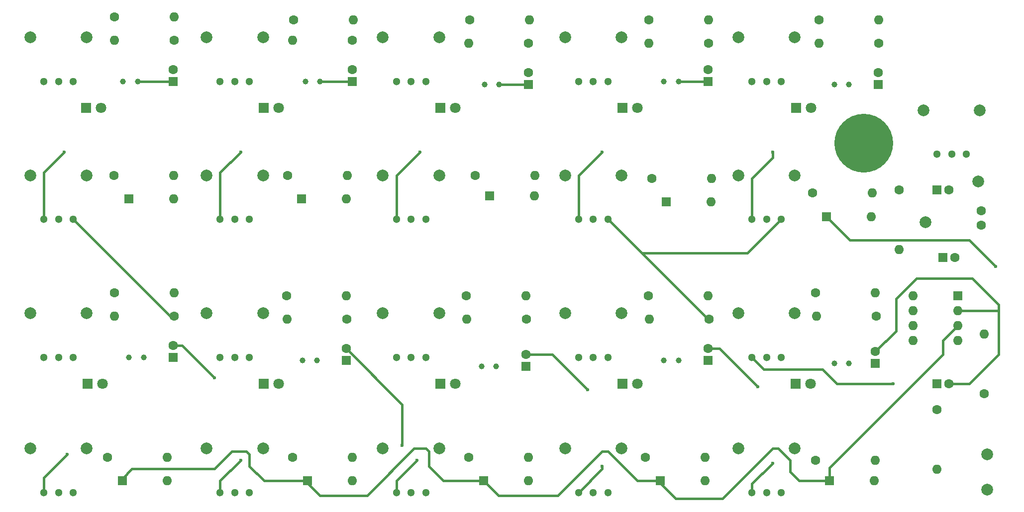
<source format=gbr>
%TF.GenerationSoftware,KiCad,Pcbnew,8.0.7*%
%TF.CreationDate,2025-01-19T09:45:11-05:00*%
%TF.ProjectId,drone_ting,64726f6e-655f-4746-996e-672e6b696361,rev?*%
%TF.SameCoordinates,Original*%
%TF.FileFunction,Copper,L1,Top*%
%TF.FilePolarity,Positive*%
%FSLAX46Y46*%
G04 Gerber Fmt 4.6, Leading zero omitted, Abs format (unit mm)*
G04 Created by KiCad (PCBNEW 8.0.7) date 2025-01-19 09:45:11*
%MOMM*%
%LPD*%
G01*
G04 APERTURE LIST*
%TA.AperFunction,ComponentPad*%
%ADD10R,1.800000X1.800000*%
%TD*%
%TA.AperFunction,ComponentPad*%
%ADD11C,1.800000*%
%TD*%
%TA.AperFunction,ComponentPad*%
%ADD12C,2.000000*%
%TD*%
%TA.AperFunction,ComponentPad*%
%ADD13C,1.300000*%
%TD*%
%TA.AperFunction,ComponentPad*%
%ADD14C,10.000000*%
%TD*%
%TA.AperFunction,ComponentPad*%
%ADD15C,1.600000*%
%TD*%
%TA.AperFunction,ComponentPad*%
%ADD16O,1.600000X1.600000*%
%TD*%
%TA.AperFunction,ComponentPad*%
%ADD17C,1.000000*%
%TD*%
%TA.AperFunction,ComponentPad*%
%ADD18R,1.600000X1.600000*%
%TD*%
%TA.AperFunction,ViaPad*%
%ADD19C,0.600000*%
%TD*%
%TA.AperFunction,Conductor*%
%ADD20C,0.400000*%
%TD*%
G04 APERTURE END LIST*
D10*
%TO.P,D2,1,K*%
%TO.N,GND*%
X53960000Y-99000000D03*
D11*
%TO.P,D2,2,A*%
%TO.N,Net-(D2-A)*%
X56500000Y-99000000D03*
%TD*%
D10*
%TO.P,D22,1,K*%
%TO.N,GND*%
X174460000Y-99000000D03*
D11*
%TO.P,D22,2,A*%
%TO.N,Net-(D22-A)*%
X177000000Y-99000000D03*
%TD*%
D12*
%TO.P,REF\u002A\u002A,1*%
%TO.N,GND*%
X207000000Y-111000000D03*
%TD*%
D13*
%TO.P,RV7,1,1*%
%TO.N,+12V*%
X76500000Y-47500000D03*
%TO.P,RV7,2,2*%
%TO.N,Net-(R10-Pad1)*%
X79000000Y-47500000D03*
%TO.P,RV7,3,3*%
%TO.N,Net-(R13-Pad2)*%
X81500000Y-47500000D03*
D12*
%TO.P,RV7,*%
%TO.N,*%
X74200000Y-40000000D03*
X83800000Y-40000000D03*
%TD*%
D13*
%TO.P,RV13,1,1*%
%TO.N,+12V*%
X106500000Y-47500000D03*
%TO.P,RV13,2,2*%
%TO.N,Net-(R19-Pad1)*%
X109000000Y-47500000D03*
%TO.P,RV13,3,3*%
%TO.N,Net-(R21-Pad2)*%
X111500000Y-47500000D03*
D12*
%TO.P,RV13,*%
%TO.N,*%
X104200000Y-40000000D03*
X113800000Y-40000000D03*
%TD*%
D13*
%TO.P,RV24,1,1*%
%TO.N,Net-(D21-A)*%
X167000000Y-71000000D03*
%TO.P,RV24,2,2*%
%TO.N,Net-(R38-Pad1)*%
X169500000Y-71000000D03*
%TO.P,RV24,3,3*%
%TO.N,GND*%
X172000000Y-71000000D03*
D12*
%TO.P,RV24,*%
%TO.N,*%
X164700000Y-63500000D03*
X174300000Y-63500000D03*
%TD*%
D13*
%TO.P,RV18,1,1*%
%TO.N,+12V*%
X137500000Y-94500000D03*
%TO.P,RV18,2,2*%
%TO.N,Net-(R27-Pad1)*%
X140000000Y-94500000D03*
%TO.P,RV18,3,3*%
%TO.N,Net-(R29-Pad2)*%
X142500000Y-94500000D03*
D12*
%TO.P,RV18,*%
%TO.N,*%
X135200000Y-87000000D03*
X144800000Y-87000000D03*
%TD*%
D13*
%TO.P,RV16,1,1*%
%TO.N,Net-(D14-A)*%
X106500000Y-117500000D03*
%TO.P,RV16,2,2*%
%TO.N,Net-(R24-Pad1)*%
X109000000Y-117500000D03*
%TO.P,RV16,3,3*%
%TO.N,GND*%
X111500000Y-117500000D03*
D12*
%TO.P,RV16,*%
%TO.N,*%
X104200000Y-110000000D03*
X113800000Y-110000000D03*
%TD*%
D13*
%TO.P,RV15,1,1*%
%TO.N,Net-(D13-A)*%
X106500000Y-71000000D03*
%TO.P,RV15,2,2*%
%TO.N,Net-(R23-Pad1)*%
X109000000Y-71000000D03*
%TO.P,RV15,3,3*%
%TO.N,GND*%
X111500000Y-71000000D03*
D12*
%TO.P,RV15,*%
%TO.N,*%
X104200000Y-63500000D03*
X113800000Y-63500000D03*
%TD*%
D10*
%TO.P,D7,1,K*%
%TO.N,GND*%
X83960000Y-52000000D03*
D11*
%TO.P,D7,2,A*%
%TO.N,Net-(D7-A)*%
X86500000Y-52000000D03*
%TD*%
D13*
%TO.P,RV14,1,1*%
%TO.N,+12V*%
X106500000Y-94500000D03*
%TO.P,RV14,2,2*%
%TO.N,Net-(R20-Pad1)*%
X109000000Y-94500000D03*
%TO.P,RV14,3,3*%
%TO.N,Net-(R22-Pad2)*%
X111500000Y-94500000D03*
D12*
%TO.P,RV14,*%
%TO.N,*%
X104200000Y-87000000D03*
X113800000Y-87000000D03*
%TD*%
D13*
%TO.P,RV17,1,1*%
%TO.N,+12V*%
X137500000Y-47500000D03*
%TO.P,RV17,2,2*%
%TO.N,Net-(R26-Pad1)*%
X140000000Y-47500000D03*
%TO.P,RV17,3,3*%
%TO.N,Net-(R28-Pad2)*%
X142500000Y-47500000D03*
D12*
%TO.P,RV17,*%
%TO.N,*%
X135200000Y-40000000D03*
X144800000Y-40000000D03*
%TD*%
D10*
%TO.P,D1,1,K*%
%TO.N,GND*%
X53728872Y-52000000D03*
D11*
%TO.P,D1,2,A*%
%TO.N,Net-(D1-A)*%
X56268872Y-52000000D03*
%TD*%
D12*
%TO.P,REF\u002A\u002A,1*%
%TO.N,GND*%
X205500000Y-64500000D03*
%TD*%
D10*
%TO.P,D13,1,K*%
%TO.N,GND*%
X113960000Y-52000000D03*
D11*
%TO.P,D13,2,A*%
%TO.N,Net-(D13-A)*%
X116500000Y-52000000D03*
%TD*%
D13*
%TO.P,RV2,1,1*%
%TO.N,+12V*%
X46500000Y-94500000D03*
%TO.P,RV2,2,2*%
%TO.N,Net-(R2-Pad1)*%
X49000000Y-94500000D03*
%TO.P,RV2,3,3*%
%TO.N,Net-(R5-Pad2)*%
X51500000Y-94500000D03*
D12*
%TO.P,RV2,*%
%TO.N,*%
X44200000Y-87000000D03*
X53800000Y-87000000D03*
%TD*%
D10*
%TO.P,D14,1,K*%
%TO.N,GND*%
X113960000Y-99000000D03*
D11*
%TO.P,D14,2,A*%
%TO.N,Net-(D14-A)*%
X116500000Y-99000000D03*
%TD*%
D12*
%TO.P,REF\u002A\u002A,1*%
%TO.N,Net-(C15-Pad2)*%
X196500000Y-71500000D03*
%TD*%
D10*
%TO.P,D21,1,K*%
%TO.N,GND*%
X174500000Y-52000000D03*
D11*
%TO.P,D21,2,A*%
%TO.N,Net-(D21-A)*%
X177040000Y-52000000D03*
%TD*%
D13*
%TO.P,RV10,1,1*%
%TO.N,Net-(D7-A)*%
X76500000Y-71000000D03*
%TO.P,RV10,2,2*%
%TO.N,Net-(R16-Pad1)*%
X79000000Y-71000000D03*
%TO.P,RV10,3,3*%
%TO.N,GND*%
X81500000Y-71000000D03*
D12*
%TO.P,RV10,*%
%TO.N,*%
X74200000Y-63500000D03*
X83800000Y-63500000D03*
%TD*%
D10*
%TO.P,D8,1,K*%
%TO.N,GND*%
X83960000Y-99000000D03*
D11*
%TO.P,D8,2,A*%
%TO.N,Net-(D8-A)*%
X86500000Y-99000000D03*
%TD*%
D13*
%TO.P,RV8,1,1*%
%TO.N,+12V*%
X76500000Y-94500000D03*
%TO.P,RV8,2,2*%
%TO.N,Net-(R11-Pad1)*%
X79000000Y-94500000D03*
%TO.P,RV8,3,3*%
%TO.N,Net-(R14-Pad2)*%
X81500000Y-94500000D03*
D12*
%TO.P,RV8,*%
%TO.N,*%
X74200000Y-87000000D03*
X83800000Y-87000000D03*
%TD*%
%TO.P,REF\u002A\u002A,1*%
%TO.N,+12V*%
X207000000Y-117000000D03*
%TD*%
D13*
%TO.P,RV23,1,1*%
%TO.N,Net-(C15-Pad1)*%
X198500000Y-59887500D03*
%TO.P,RV23,2,2*%
%TO.N,Net-(C16-Pad1)*%
X201000000Y-59887500D03*
%TO.P,RV23,3,3*%
X203500000Y-59887500D03*
D12*
%TO.P,RV23,*%
%TO.N,*%
X196200000Y-52387500D03*
X205800000Y-52387500D03*
%TD*%
D13*
%TO.P,RV22,1,1*%
%TO.N,+12V*%
X167000000Y-94500000D03*
%TO.P,RV22,2,2*%
%TO.N,Net-(R35-Pad1)*%
X169500000Y-94500000D03*
%TO.P,RV22,3,3*%
%TO.N,Net-(R37-Pad2)*%
X172000000Y-94500000D03*
D12*
%TO.P,RV22,*%
%TO.N,*%
X164700000Y-87000000D03*
X174300000Y-87000000D03*
%TD*%
D13*
%TO.P,RV20,1,1*%
%TO.N,Net-(D18-A)*%
X137500000Y-117500000D03*
%TO.P,RV20,2,2*%
%TO.N,Net-(R31-Pad1)*%
X140000000Y-117500000D03*
%TO.P,RV20,3,3*%
%TO.N,GND*%
X142500000Y-117500000D03*
D12*
%TO.P,RV20,*%
%TO.N,*%
X135200000Y-110000000D03*
X144800000Y-110000000D03*
%TD*%
D10*
%TO.P,D18,1,K*%
%TO.N,GND*%
X144960000Y-99000000D03*
D11*
%TO.P,D18,2,A*%
%TO.N,Net-(D18-A)*%
X147500000Y-99000000D03*
%TD*%
D14*
%TO.P,REF\u002A\u002A,1*%
%TO.N,N/C*%
X186000000Y-58000000D03*
%TD*%
D13*
%TO.P,RV25,1,1*%
%TO.N,Net-(D22-A)*%
X167000000Y-117500000D03*
%TO.P,RV25,2,2*%
%TO.N,Net-(R39-Pad1)*%
X169500000Y-117500000D03*
%TO.P,RV25,3,3*%
%TO.N,GND*%
X172000000Y-117500000D03*
D12*
%TO.P,RV25,*%
%TO.N,*%
X164700000Y-110000000D03*
X174300000Y-110000000D03*
%TD*%
D13*
%TO.P,RV11,1,1*%
%TO.N,Net-(D8-A)*%
X76500000Y-117500000D03*
%TO.P,RV11,2,2*%
%TO.N,Net-(R17-Pad1)*%
X79000000Y-117500000D03*
%TO.P,RV11,3,3*%
%TO.N,GND*%
X81500000Y-117500000D03*
D12*
%TO.P,RV11,*%
%TO.N,*%
X74200000Y-110000000D03*
X83800000Y-110000000D03*
%TD*%
D13*
%TO.P,RV4,1,1*%
%TO.N,Net-(D1-A)*%
X46500000Y-71000000D03*
%TO.P,RV4,2,2*%
%TO.N,Net-(R7-Pad1)*%
X49000000Y-71000000D03*
%TO.P,RV4,3,3*%
%TO.N,GND*%
X51500000Y-71000000D03*
D12*
%TO.P,RV4,*%
%TO.N,*%
X44200000Y-63500000D03*
X53800000Y-63500000D03*
%TD*%
D10*
%TO.P,D17,1,K*%
%TO.N,GND*%
X145000000Y-52000000D03*
D11*
%TO.P,D17,2,A*%
%TO.N,Net-(D17-A)*%
X147540000Y-52000000D03*
%TD*%
D13*
%TO.P,RV19,1,1*%
%TO.N,Net-(D17-A)*%
X137500000Y-71000000D03*
%TO.P,RV19,2,2*%
%TO.N,Net-(R30-Pad1)*%
X140000000Y-71000000D03*
%TO.P,RV19,3,3*%
%TO.N,GND*%
X142500000Y-71000000D03*
D12*
%TO.P,RV19,*%
%TO.N,*%
X135200000Y-63500000D03*
X144800000Y-63500000D03*
%TD*%
D13*
%TO.P,RV21,1,1*%
%TO.N,+12V*%
X167000000Y-47500000D03*
%TO.P,RV21,2,2*%
%TO.N,Net-(R34-Pad1)*%
X169500000Y-47500000D03*
%TO.P,RV21,3,3*%
%TO.N,Net-(R36-Pad2)*%
X172000000Y-47500000D03*
D12*
%TO.P,RV21,*%
%TO.N,*%
X164700000Y-40000000D03*
X174300000Y-40000000D03*
%TD*%
D13*
%TO.P,RV5,1,1*%
%TO.N,Net-(D2-A)*%
X46500000Y-117500000D03*
%TO.P,RV5,2,2*%
%TO.N,Net-(R8-Pad1)*%
X49000000Y-117500000D03*
%TO.P,RV5,3,3*%
%TO.N,GND*%
X51500000Y-117500000D03*
D12*
%TO.P,RV5,*%
%TO.N,*%
X44200000Y-110000000D03*
X53800000Y-110000000D03*
%TD*%
D13*
%TO.P,RV1,1,1*%
%TO.N,+12V*%
X46500000Y-47500000D03*
%TO.P,RV1,2,2*%
%TO.N,Net-(R1-Pad1)*%
X49000000Y-47500000D03*
%TO.P,RV1,3,3*%
%TO.N,Net-(R4-Pad2)*%
X51500000Y-47500000D03*
D12*
%TO.P,RV1,*%
%TO.N,*%
X44200000Y-40000000D03*
X53800000Y-40000000D03*
%TD*%
D15*
%TO.P,R23,1*%
%TO.N,Net-(R23-Pad1)*%
X119920000Y-63500000D03*
D16*
%TO.P,R23,2*%
%TO.N,Net-(D15-A)*%
X130080000Y-63500000D03*
%TD*%
D15*
%TO.P,R2,1*%
%TO.N,Net-(R2-Pad1)*%
X58500000Y-83500000D03*
D16*
%TO.P,R2,2*%
%TO.N,Net-(Q2-E)*%
X68660000Y-83500000D03*
%TD*%
D15*
%TO.P,R28,1*%
%TO.N,GND*%
X159580000Y-41000000D03*
D16*
%TO.P,R28,2*%
%TO.N,Net-(R28-Pad2)*%
X149420000Y-41000000D03*
%TD*%
D15*
%TO.P,R11,1*%
%TO.N,Net-(R11-Pad1)*%
X87840000Y-84000000D03*
D16*
%TO.P,R11,2*%
%TO.N,Net-(Q5-E)*%
X98000000Y-84000000D03*
%TD*%
D17*
%TO.P,Q11,1,E*%
%TO.N,Net-(Q11-E)*%
X183500000Y-48000000D03*
%TO.P,Q11,3,C*%
%TO.N,Net-(D21-A)*%
X181000000Y-48000000D03*
%TD*%
D18*
%TO.P,D23,1,K*%
%TO.N,Mix*%
X179690000Y-70500000D03*
D16*
%TO.P,D23,2,A*%
%TO.N,Net-(D23-A)*%
X187310000Y-70500000D03*
%TD*%
D18*
%TO.P,D16,1,K*%
%TO.N,Mix*%
X121380000Y-115500000D03*
D16*
%TO.P,D16,2,A*%
%TO.N,Net-(D16-A)*%
X129000000Y-115500000D03*
%TD*%
D15*
%TO.P,R22,1*%
%TO.N,GND*%
X128660000Y-88000000D03*
D16*
%TO.P,R22,2*%
%TO.N,Net-(R22-Pad2)*%
X118500000Y-88000000D03*
%TD*%
D15*
%TO.P,R37,1*%
%TO.N,GND*%
X188160000Y-87500000D03*
D16*
%TO.P,R37,2*%
%TO.N,Net-(R37-Pad2)*%
X178000000Y-87500000D03*
%TD*%
D17*
%TO.P,Q8,1,E*%
%TO.N,Net-(Q8-E)*%
X123500000Y-96000000D03*
%TO.P,Q8,3,C*%
%TO.N,Net-(D14-A)*%
X121000000Y-96000000D03*
%TD*%
D15*
%TO.P,R29,1*%
%TO.N,GND*%
X159660000Y-88000000D03*
D16*
%TO.P,R29,2*%
%TO.N,Net-(R29-Pad2)*%
X149500000Y-88000000D03*
%TD*%
D17*
%TO.P,Q7,1,E*%
%TO.N,Net-(Q7-E)*%
X124000000Y-48000000D03*
%TO.P,Q7,3,C*%
%TO.N,Net-(D13-A)*%
X121500000Y-48000000D03*
%TD*%
D15*
%TO.P,R31,1*%
%TO.N,Net-(R31-Pad1)*%
X148840000Y-111500000D03*
D16*
%TO.P,R31,2*%
%TO.N,Net-(D20-A)*%
X159000000Y-111500000D03*
%TD*%
D15*
%TO.P,R35,1*%
%TO.N,Net-(R35-Pad1)*%
X177840000Y-83500000D03*
D16*
%TO.P,R35,2*%
%TO.N,Net-(Q12-E)*%
X188000000Y-83500000D03*
%TD*%
D17*
%TO.P,Q2,1,E*%
%TO.N,Net-(Q2-E)*%
X63500000Y-94500000D03*
%TO.P,Q2,3,C*%
%TO.N,Net-(D2-A)*%
X61000000Y-94500000D03*
%TD*%
D15*
%TO.P,C16,1*%
%TO.N,Net-(C16-Pad1)*%
X206000000Y-69500000D03*
%TO.P,C16,2*%
%TO.N,GND*%
X206000000Y-72000000D03*
%TD*%
D18*
%TO.P,C9,1*%
%TO.N,+12V*%
X198500000Y-99000000D03*
D15*
%TO.P,C9,2*%
%TO.N,GND*%
X200500000Y-99000000D03*
%TD*%
%TO.P,R21,1*%
%TO.N,GND*%
X129000000Y-41000000D03*
D16*
%TO.P,R21,2*%
%TO.N,Net-(R21-Pad2)*%
X118840000Y-41000000D03*
%TD*%
D18*
%TO.P,C7,1*%
%TO.N,Net-(Q7-E)*%
X129000000Y-48000000D03*
D15*
%TO.P,C7,2*%
%TO.N,GND*%
X129000000Y-46000000D03*
%TD*%
D18*
%TO.P,C2,1*%
%TO.N,Net-(Q2-E)*%
X68500000Y-94500000D03*
D15*
%TO.P,C2,2*%
%TO.N,GND*%
X68500000Y-92500000D03*
%TD*%
%TO.P,R32,1*%
%TO.N,GND*%
X206500000Y-100660000D03*
D16*
%TO.P,R32,2*%
%TO.N,Mix*%
X206500000Y-90500000D03*
%TD*%
D17*
%TO.P,Q1,1,E*%
%TO.N,Net-(Q1-E)*%
X62500000Y-47500000D03*
%TO.P,Q1,3,C*%
%TO.N,Net-(D1-A)*%
X60000000Y-47500000D03*
%TD*%
D15*
%TO.P,R13,1*%
%TO.N,GND*%
X99000000Y-40500000D03*
D16*
%TO.P,R13,2*%
%TO.N,Net-(R13-Pad2)*%
X88840000Y-40500000D03*
%TD*%
D15*
%TO.P,R4,1*%
%TO.N,GND*%
X68660000Y-40500000D03*
D16*
%TO.P,R4,2*%
%TO.N,Net-(R4-Pad2)*%
X58500000Y-40500000D03*
%TD*%
D17*
%TO.P,Q12,1,E*%
%TO.N,Net-(Q12-E)*%
X183500000Y-95500000D03*
%TO.P,Q12,3,C*%
%TO.N,Net-(D22-A)*%
X181000000Y-95500000D03*
%TD*%
%TO.P,Q4,1,E*%
%TO.N,Net-(Q4-E)*%
X93500000Y-47500000D03*
%TO.P,Q4,3,C*%
%TO.N,Net-(D7-A)*%
X91000000Y-47500000D03*
%TD*%
D15*
%TO.P,R19,1*%
%TO.N,Net-(R19-Pad1)*%
X119000000Y-37000000D03*
D16*
%TO.P,R19,2*%
%TO.N,Net-(Q7-E)*%
X129160000Y-37000000D03*
%TD*%
D18*
%TO.P,C14,1*%
%TO.N,Net-(C14-Pad1)*%
X199500000Y-77500000D03*
D15*
%TO.P,C14,2*%
%TO.N,Net-(C14-Pad2)*%
X201500000Y-77500000D03*
%TD*%
D18*
%TO.P,D4,1,K*%
%TO.N,Mix*%
X61000000Y-67500000D03*
D16*
%TO.P,D4,2,A*%
%TO.N,Net-(D4-A)*%
X68620000Y-67500000D03*
%TD*%
D18*
%TO.P,D24,1,K*%
%TO.N,Mix*%
X180190000Y-115500000D03*
D16*
%TO.P,D24,2,A*%
%TO.N,Net-(D24-A)*%
X187810000Y-115500000D03*
%TD*%
D17*
%TO.P,Q5,1,E*%
%TO.N,Net-(Q5-E)*%
X93000000Y-95000000D03*
%TO.P,Q5,3,C*%
%TO.N,Net-(D8-A)*%
X90500000Y-95000000D03*
%TD*%
D15*
%TO.P,R36,1*%
%TO.N,GND*%
X188580000Y-41000000D03*
D16*
%TO.P,R36,2*%
%TO.N,Net-(R36-Pad2)*%
X178420000Y-41000000D03*
%TD*%
D18*
%TO.P,D20,1,K*%
%TO.N,Mix*%
X151380000Y-115500000D03*
D16*
%TO.P,D20,2,A*%
%TO.N,Net-(D20-A)*%
X159000000Y-115500000D03*
%TD*%
D18*
%TO.P,D10,1,K*%
%TO.N,Mix*%
X90380000Y-67500000D03*
D16*
%TO.P,D10,2,A*%
%TO.N,Net-(D10-A)*%
X98000000Y-67500000D03*
%TD*%
D18*
%TO.P,C1,1*%
%TO.N,Net-(Q1-E)*%
X68500000Y-47500000D03*
D15*
%TO.P,C1,2*%
%TO.N,GND*%
X68500000Y-45500000D03*
%TD*%
%TO.P,R24,1*%
%TO.N,Net-(R24-Pad1)*%
X118840000Y-111500000D03*
D16*
%TO.P,R24,2*%
%TO.N,Net-(D16-A)*%
X129000000Y-111500000D03*
%TD*%
D18*
%TO.P,D19,1,K*%
%TO.N,Mix*%
X152380000Y-68000000D03*
D16*
%TO.P,D19,2,A*%
%TO.N,Net-(D19-A)*%
X160000000Y-68000000D03*
%TD*%
D17*
%TO.P,Q9,1,E*%
%TO.N,Net-(Q9-E)*%
X154500000Y-47500000D03*
%TO.P,Q9,3,C*%
%TO.N,Net-(D17-A)*%
X152000000Y-47500000D03*
%TD*%
D15*
%TO.P,R10,1*%
%TO.N,Net-(R10-Pad1)*%
X89000000Y-37000000D03*
D16*
%TO.P,R10,2*%
%TO.N,Net-(Q4-E)*%
X99160000Y-37000000D03*
%TD*%
D18*
%TO.P,C8,1*%
%TO.N,Net-(Q8-E)*%
X128500000Y-96000000D03*
D15*
%TO.P,C8,2*%
%TO.N,GND*%
X128500000Y-94000000D03*
%TD*%
D18*
%TO.P,U1,1,GAIN*%
%TO.N,Net-(C14-Pad2)*%
X202000000Y-84000000D03*
D16*
%TO.P,U1,2,-*%
%TO.N,GND*%
X202000000Y-86540000D03*
%TO.P,U1,3,+*%
%TO.N,Mix*%
X202000000Y-89080000D03*
%TO.P,U1,4,GND*%
%TO.N,GND*%
X202000000Y-91620000D03*
%TO.P,U1,5*%
%TO.N,Net-(R33-Pad2)*%
X194380000Y-91620000D03*
%TO.P,U1,6,V+*%
%TO.N,+12V*%
X194380000Y-89080000D03*
%TO.P,U1,7,BYPASS*%
%TO.N,unconnected-(U1-BYPASS-Pad7)*%
X194380000Y-86540000D03*
%TO.P,U1,8,GAIN*%
%TO.N,Net-(C14-Pad1)*%
X194380000Y-84000000D03*
%TD*%
D17*
%TO.P,Q10,1,E*%
%TO.N,Net-(Q10-E)*%
X154500000Y-95000000D03*
%TO.P,Q10,3,C*%
%TO.N,Net-(D18-A)*%
X152000000Y-95000000D03*
%TD*%
D15*
%TO.P,R33,1*%
%TO.N,Net-(C15-Pad1)*%
X192000000Y-66000000D03*
D16*
%TO.P,R33,2*%
%TO.N,Net-(R33-Pad2)*%
X192000000Y-76160000D03*
%TD*%
D15*
%TO.P,R5,1*%
%TO.N,GND*%
X68660000Y-87500000D03*
D16*
%TO.P,R5,2*%
%TO.N,Net-(R5-Pad2)*%
X58500000Y-87500000D03*
%TD*%
D15*
%TO.P,R8,1*%
%TO.N,Net-(R8-Pad1)*%
X57340000Y-111500000D03*
D16*
%TO.P,R8,2*%
%TO.N,Net-(D5-A)*%
X67500000Y-111500000D03*
%TD*%
D18*
%TO.P,C5,1*%
%TO.N,Net-(Q5-E)*%
X98000000Y-95000000D03*
D15*
%TO.P,C5,2*%
%TO.N,GND*%
X98000000Y-93000000D03*
%TD*%
%TO.P,R25,1*%
%TO.N,+12V*%
X198500000Y-103420000D03*
D16*
%TO.P,R25,2*%
X198500000Y-113580000D03*
%TD*%
D15*
%TO.P,R34,1*%
%TO.N,Net-(R34-Pad1)*%
X178420000Y-37000000D03*
D16*
%TO.P,R34,2*%
%TO.N,Net-(Q11-E)*%
X188580000Y-37000000D03*
%TD*%
D15*
%TO.P,R27,1*%
%TO.N,Net-(R27-Pad1)*%
X149340000Y-84000000D03*
D16*
%TO.P,R27,2*%
%TO.N,Net-(Q10-E)*%
X159500000Y-84000000D03*
%TD*%
D18*
%TO.P,C15,1*%
%TO.N,Net-(C15-Pad1)*%
X198500000Y-66000000D03*
D15*
%TO.P,C15,2*%
%TO.N,Net-(C15-Pad2)*%
X200500000Y-66000000D03*
%TD*%
%TO.P,R38,1*%
%TO.N,Net-(R38-Pad1)*%
X177340000Y-66500000D03*
D16*
%TO.P,R38,2*%
%TO.N,Net-(D23-A)*%
X187500000Y-66500000D03*
%TD*%
D18*
%TO.P,C4,1*%
%TO.N,Net-(Q4-E)*%
X99000000Y-47500000D03*
D15*
%TO.P,C4,2*%
%TO.N,GND*%
X99000000Y-45500000D03*
%TD*%
D18*
%TO.P,C12,1*%
%TO.N,Net-(Q11-E)*%
X188500000Y-48000000D03*
D15*
%TO.P,C12,2*%
%TO.N,GND*%
X188500000Y-46000000D03*
%TD*%
%TO.P,R14,1*%
%TO.N,GND*%
X98080000Y-88000000D03*
D16*
%TO.P,R14,2*%
%TO.N,Net-(R14-Pad2)*%
X87920000Y-88000000D03*
%TD*%
D18*
%TO.P,D5,1,K*%
%TO.N,Mix*%
X59880000Y-115500000D03*
D16*
%TO.P,D5,2,A*%
%TO.N,Net-(D5-A)*%
X67500000Y-115500000D03*
%TD*%
D15*
%TO.P,R1,1*%
%TO.N,Net-(R1-Pad1)*%
X58500000Y-36500000D03*
D16*
%TO.P,R1,2*%
%TO.N,Net-(Q1-E)*%
X68660000Y-36500000D03*
%TD*%
D15*
%TO.P,R7,1*%
%TO.N,Net-(R7-Pad1)*%
X58420000Y-63500000D03*
D16*
%TO.P,R7,2*%
%TO.N,Net-(D4-A)*%
X68580000Y-63500000D03*
%TD*%
D15*
%TO.P,R16,1*%
%TO.N,Net-(R16-Pad1)*%
X88000000Y-63500000D03*
D16*
%TO.P,R16,2*%
%TO.N,Net-(D10-A)*%
X98160000Y-63500000D03*
%TD*%
D15*
%TO.P,R30,1*%
%TO.N,Net-(R30-Pad1)*%
X150000000Y-64000000D03*
D16*
%TO.P,R30,2*%
%TO.N,Net-(D19-A)*%
X160160000Y-64000000D03*
%TD*%
D18*
%TO.P,D11,1,K*%
%TO.N,Mix*%
X91380000Y-115500000D03*
D16*
%TO.P,D11,2,A*%
%TO.N,Net-(D11-A)*%
X99000000Y-115500000D03*
%TD*%
D15*
%TO.P,R17,1*%
%TO.N,Net-(R17-Pad1)*%
X88840000Y-111500000D03*
D16*
%TO.P,R17,2*%
%TO.N,Net-(D11-A)*%
X99000000Y-111500000D03*
%TD*%
D15*
%TO.P,R26,1*%
%TO.N,Net-(R26-Pad1)*%
X149420000Y-37000000D03*
D16*
%TO.P,R26,2*%
%TO.N,Net-(Q9-E)*%
X159580000Y-37000000D03*
%TD*%
D18*
%TO.P,C11,1*%
%TO.N,Net-(Q10-E)*%
X159500000Y-95000000D03*
D15*
%TO.P,C11,2*%
%TO.N,GND*%
X159500000Y-93000000D03*
%TD*%
D18*
%TO.P,C13,1*%
%TO.N,Net-(Q12-E)*%
X188000000Y-95500000D03*
D15*
%TO.P,C13,2*%
%TO.N,GND*%
X188000000Y-93500000D03*
%TD*%
%TO.P,R39,1*%
%TO.N,Net-(R39-Pad1)*%
X177840000Y-112000000D03*
D16*
%TO.P,R39,2*%
%TO.N,Net-(D24-A)*%
X188000000Y-112000000D03*
%TD*%
D15*
%TO.P,R20,1*%
%TO.N,Net-(R20-Pad1)*%
X118340000Y-84000000D03*
D16*
%TO.P,R20,2*%
%TO.N,Net-(Q8-E)*%
X128500000Y-84000000D03*
%TD*%
D18*
%TO.P,D15,1,K*%
%TO.N,Mix*%
X122380000Y-67000000D03*
D16*
%TO.P,D15,2,A*%
%TO.N,Net-(D15-A)*%
X130000000Y-67000000D03*
%TD*%
D18*
%TO.P,C10,1*%
%TO.N,Net-(Q9-E)*%
X159500000Y-47500000D03*
D15*
%TO.P,C10,2*%
%TO.N,GND*%
X159500000Y-45500000D03*
%TD*%
D19*
%TO.N,Net-(D1-A)*%
X50000000Y-59500000D03*
%TO.N,+12V*%
X191000000Y-99000000D03*
%TO.N,GND*%
X107500000Y-109500000D03*
X139000000Y-100000000D03*
X168000000Y-99500000D03*
X75500000Y-98000000D03*
%TO.N,Net-(D2-A)*%
X50500000Y-111000000D03*
%TO.N,Mix*%
X208500000Y-79000000D03*
%TO.N,Net-(D7-A)*%
X80000000Y-59500000D03*
%TO.N,Net-(D8-A)*%
X80000000Y-112000000D03*
%TO.N,Net-(D13-A)*%
X110500000Y-59500000D03*
%TO.N,Net-(D14-A)*%
X110000000Y-112000000D03*
%TO.N,Net-(D17-A)*%
X141500000Y-59500000D03*
%TO.N,Net-(D18-A)*%
X141500000Y-113000000D03*
%TO.N,Net-(D21-A)*%
X170500000Y-59500000D03*
%TO.N,Net-(D22-A)*%
X170500000Y-112500000D03*
%TD*%
D20*
%TO.N,Net-(D1-A)*%
X46500000Y-63000000D02*
X46500000Y-71000000D01*
X50000000Y-59500000D02*
X46500000Y-63000000D01*
%TO.N,Net-(Q1-E)*%
X68500000Y-47500000D02*
X62500000Y-47500000D01*
%TO.N,+12V*%
X181500000Y-99000000D02*
X179000000Y-96500000D01*
X179000000Y-96500000D02*
X169000000Y-96500000D01*
X191000000Y-99000000D02*
X181500000Y-99000000D01*
X169000000Y-96500000D02*
X167000000Y-94500000D01*
%TO.N,GND*%
X148250000Y-76750000D02*
X159500000Y-88000000D01*
X209000000Y-94000000D02*
X209000000Y-86500000D01*
X142500000Y-71000000D02*
X148250000Y-76750000D01*
X98000000Y-93000000D02*
X107500000Y-102500000D01*
X161500000Y-93000000D02*
X168000000Y-99500000D01*
X204000000Y-99000000D02*
X209000000Y-94000000D01*
X159500000Y-93000000D02*
X161500000Y-93000000D01*
X209000000Y-86500000D02*
X209000000Y-85500000D01*
X107500000Y-102500000D02*
X107500000Y-109500000D01*
X208960000Y-86540000D02*
X209000000Y-86500000D01*
X200500000Y-99000000D02*
X204000000Y-99000000D01*
X166250000Y-76750000D02*
X148250000Y-76750000D01*
X128500000Y-94000000D02*
X133000000Y-94000000D01*
X204500000Y-81000000D02*
X195000000Y-81000000D01*
X172000000Y-71000000D02*
X166250000Y-76750000D01*
X159500000Y-88000000D02*
X159660000Y-88000000D01*
X133000000Y-94000000D02*
X139000000Y-100000000D01*
X191500000Y-84500000D02*
X191500000Y-90000000D01*
X68000000Y-87500000D02*
X68660000Y-87500000D01*
X68500000Y-92500000D02*
X70000000Y-92500000D01*
X209000000Y-85500000D02*
X204500000Y-81000000D01*
X191500000Y-90000000D02*
X188000000Y-93500000D01*
X51500000Y-71000000D02*
X68000000Y-87500000D01*
X202000000Y-86540000D02*
X208960000Y-86540000D01*
X195000000Y-81000000D02*
X191500000Y-84500000D01*
X70000000Y-92500000D02*
X75500000Y-98000000D01*
%TO.N,Net-(D2-A)*%
X50500000Y-111000000D02*
X46500000Y-115000000D01*
X46500000Y-115000000D02*
X46500000Y-117500000D01*
%TO.N,Net-(Q4-E)*%
X99000000Y-47500000D02*
X93500000Y-47500000D01*
%TO.N,Net-(Q7-E)*%
X124000000Y-48000000D02*
X129000000Y-48000000D01*
%TO.N,Net-(Q9-E)*%
X159500000Y-47500000D02*
X154500000Y-47500000D01*
%TO.N,Mix*%
X173500000Y-112000000D02*
X173500000Y-114000000D01*
X134000000Y-118000000D02*
X141500000Y-110500000D01*
X183690000Y-74500000D02*
X204000000Y-74500000D01*
X59880000Y-115120000D02*
X61500000Y-113500000D01*
X59880000Y-115500000D02*
X59880000Y-115120000D01*
X180190000Y-115500000D02*
X180190000Y-113310000D01*
X91380000Y-115500000D02*
X91380000Y-115880000D01*
X161950000Y-118550000D02*
X170500000Y-110000000D01*
X142500000Y-110500000D02*
X147500000Y-115500000D01*
X170500000Y-110000000D02*
X171500000Y-110000000D01*
X199500000Y-91580000D02*
X202000000Y-89080000D01*
X151380000Y-115500000D02*
X151380000Y-115880000D01*
X147500000Y-115500000D02*
X151380000Y-115500000D01*
X109500000Y-110000000D02*
X111500000Y-110000000D01*
X61500000Y-113500000D02*
X75500000Y-113500000D01*
X114500000Y-115500000D02*
X121380000Y-115500000D01*
X91380000Y-115880000D02*
X93500000Y-118000000D01*
X173500000Y-114000000D02*
X175000000Y-115500000D01*
X81000000Y-110500000D02*
X81500000Y-111000000D01*
X123880000Y-118000000D02*
X134000000Y-118000000D01*
X111500000Y-110000000D02*
X112000000Y-110500000D01*
X204000000Y-74500000D02*
X208500000Y-79000000D01*
X112000000Y-110500000D02*
X112000000Y-113000000D01*
X93500000Y-118000000D02*
X101500000Y-118000000D01*
X101500000Y-118000000D02*
X109500000Y-110000000D01*
X81500000Y-111000000D02*
X81500000Y-113000000D01*
X175000000Y-115500000D02*
X180190000Y-115500000D01*
X154050000Y-118550000D02*
X161950000Y-118550000D01*
X75500000Y-113500000D02*
X78500000Y-110500000D01*
X141500000Y-110500000D02*
X142500000Y-110500000D01*
X78500000Y-110500000D02*
X81000000Y-110500000D01*
X81500000Y-113000000D02*
X84000000Y-115500000D01*
X121380000Y-115500000D02*
X123880000Y-118000000D01*
X151380000Y-115880000D02*
X154050000Y-118550000D01*
X179690000Y-70500000D02*
X183690000Y-74500000D01*
X199500000Y-94000000D02*
X199500000Y-91580000D01*
X180190000Y-113310000D02*
X199500000Y-94000000D01*
X112000000Y-113000000D02*
X114500000Y-115500000D01*
X171500000Y-110000000D02*
X173500000Y-112000000D01*
X84000000Y-115500000D02*
X91380000Y-115500000D01*
%TO.N,Net-(D7-A)*%
X76500000Y-63000000D02*
X76500000Y-71000000D01*
X80000000Y-59500000D02*
X76500000Y-63000000D01*
%TO.N,Net-(D8-A)*%
X80000000Y-112000000D02*
X76500000Y-115500000D01*
X76500000Y-115500000D02*
X76500000Y-117500000D01*
%TO.N,Net-(D13-A)*%
X110500000Y-59500000D02*
X106500000Y-63500000D01*
X106500000Y-63500000D02*
X106500000Y-71000000D01*
%TO.N,Net-(D14-A)*%
X110000000Y-112000000D02*
X106500000Y-115500000D01*
X106500000Y-115500000D02*
X106500000Y-117500000D01*
%TO.N,Net-(D17-A)*%
X137500000Y-63500000D02*
X137500000Y-71000000D01*
X141500000Y-59500000D02*
X137500000Y-63500000D01*
%TO.N,Net-(D18-A)*%
X141500000Y-113500000D02*
X137500000Y-117500000D01*
X141500000Y-113000000D02*
X141500000Y-113500000D01*
%TO.N,Net-(D21-A)*%
X170500000Y-59500000D02*
X170500000Y-60500000D01*
X167000000Y-64000000D02*
X167000000Y-71000000D01*
X170500000Y-60500000D02*
X167000000Y-64000000D01*
%TO.N,Net-(D22-A)*%
X170500000Y-112500000D02*
X167000000Y-116000000D01*
X167000000Y-116000000D02*
X167000000Y-117500000D01*
%TD*%
M02*

</source>
